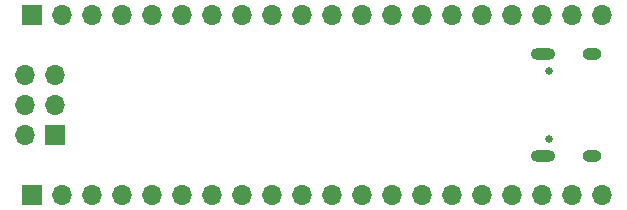
<source format=gbr>
G04 #@! TF.GenerationSoftware,KiCad,Pcbnew,9.0.0+dfsg-1*
G04 #@! TF.CreationDate,2025-03-10T08:37:08+08:00*
G04 #@! TF.ProjectId,gp,67702e6b-6963-4616-945f-706362585858,d*
G04 #@! TF.SameCoordinates,Original*
G04 #@! TF.FileFunction,Soldermask,Bot*
G04 #@! TF.FilePolarity,Negative*
%FSLAX46Y46*%
G04 Gerber Fmt 4.6, Leading zero omitted, Abs format (unit mm)*
G04 Created by KiCad (PCBNEW 9.0.0+dfsg-1) date 2025-03-10 08:37:08*
%MOMM*%
%LPD*%
G01*
G04 APERTURE LIST*
%ADD10R,1.700000X1.700000*%
%ADD11O,1.700000X1.700000*%
%ADD12C,0.650000*%
%ADD13O,2.100000X1.000000*%
%ADD14O,1.600000X1.000000*%
G04 APERTURE END LIST*
D10*
G04 #@! TO.C,J2*
X155575000Y-104140000D03*
D11*
X153035000Y-104140000D03*
X155575000Y-101600000D03*
X153035000Y-101600000D03*
X155575000Y-99060000D03*
X153035000Y-99060000D03*
G04 #@! TD*
D12*
G04 #@! TO.C,J1*
X197425000Y-104490000D03*
X197425000Y-98710000D03*
D13*
X196895000Y-105920000D03*
D14*
X201075000Y-105920000D03*
D13*
X196895000Y-97280000D03*
D14*
X201075000Y-97280000D03*
G04 #@! TD*
D10*
G04 #@! TO.C,J4*
X153670000Y-93980000D03*
D11*
X156210000Y-93980000D03*
X158750000Y-93980000D03*
X161290000Y-93980000D03*
X163830000Y-93980000D03*
X166370000Y-93980000D03*
X168910000Y-93980000D03*
X171450000Y-93980000D03*
X173990000Y-93980000D03*
X176530000Y-93980000D03*
X179070000Y-93980000D03*
X181610000Y-93980000D03*
X184150000Y-93980000D03*
X186690000Y-93980000D03*
X189230000Y-93980000D03*
X191770000Y-93980000D03*
X194310000Y-93980000D03*
X196850000Y-93980000D03*
X199390000Y-93980000D03*
X201930000Y-93980000D03*
G04 #@! TD*
D10*
G04 #@! TO.C,J3*
X153670000Y-109220000D03*
D11*
X156210000Y-109220000D03*
X158750000Y-109220000D03*
X161290000Y-109220000D03*
X163830000Y-109220000D03*
X166370000Y-109220000D03*
X168910000Y-109220000D03*
X171450000Y-109220000D03*
X173990000Y-109220000D03*
X176530000Y-109220000D03*
X179070000Y-109220000D03*
X181610000Y-109220000D03*
X184150000Y-109220000D03*
X186690000Y-109220000D03*
X189230000Y-109220000D03*
X191770000Y-109220000D03*
X194310000Y-109220000D03*
X196850000Y-109220000D03*
X199390000Y-109220000D03*
X201930000Y-109220000D03*
G04 #@! TD*
M02*

</source>
